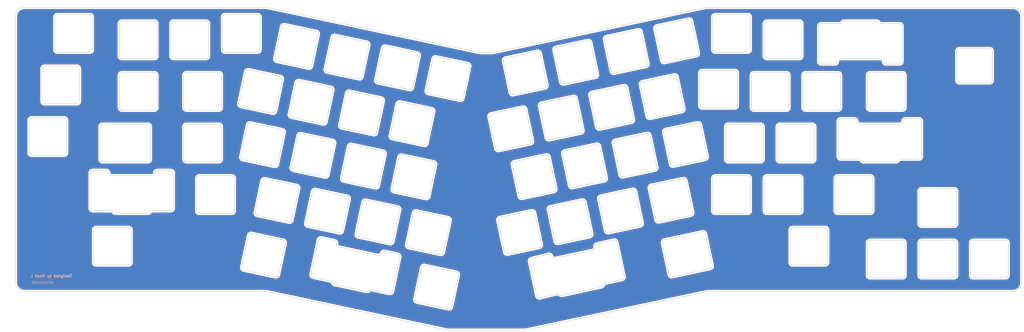
<source format=kicad_pcb>
(kicad_pcb (version 20171130) (host pcbnew "(5.1.6)-1")
  (layers (0 F.Cu signal) (31 B.Cu signal) (34 B.Paste user) (35 F.Paste user) (36 B.SilkS user) (37 F.SilkS user) (38 B.Mask user) (39 F.Mask user) (44 Edge.Cuts user))
  (net 0 "")
  (module keyboard_plate:logo (layer B.Cu) (at 64.7375 140.35 180)
    (fp_text reference G*** hide)
    (fp_text value LOGO hide)
  )
  (gr_line (start 240.792 142.33525) (end 246.981877 140.927748) (layer Edge.Cuts) (width 0.2))
  (gr_line (start 237.611488 127.70784) (end 243.863202 126.255532) (layer Edge.Cuts) (width 0.2))
  (gr_line (start 239.30571 143.673509) (end 224.821433 146.821944) (layer Edge.Cuts) (width 0.2))
  (gr_line (start 222.155094 133.045853) (end 236.071016 130.079961) (layer Edge.Cuts) (width 0.2))
  (gr_arc (start 240.999911 143.313396) (end 240.792 142.33525) (angle -60) (layer Edge.Cuts) (width 0.2))
  (gr_arc (start 246.773965 139.949599) (end 246.981877 140.927748) (angle -90) (layer Edge.Cuts) (width 0.2))
  (gr_arc (start 244.071114 127.23368) (end 245.049262 127.025768) (angle -90) (layer Edge.Cuts) (width 0.2))
  (gr_line (start 215.396102 146.986669) (end 212.69325 134.27075) (layer Edge.Cuts) (width 0.2))
  (gr_arc (start 235.863105 129.101812) (end 236.071016 130.079961) (angle -90) (layer Edge.Cuts) (width 0.2))
  (gr_line (start 216.582162 147.756903) (end 222.91932 146.20391) (layer Edge.Cuts) (width 0.2))
  (gr_arc (start 223.127232 147.182058) (end 223.870377 146.512927) (angle -60) (layer Edge.Cuts) (width 0.2))
  (gr_arc (start 239.097799 142.695361) (end 239.30571 143.673509) (angle -60) (layer Edge.Cuts) (width 0.2))
  (gr_arc (start 237.8194 128.685989) (end 237.611488 127.70784) (angle -90) (layer Edge.Cuts) (width 0.2))
  (gr_line (start 219.782974 131.505383) (end 213.463486 133.084691) (layer Edge.Cuts) (width 0.2))
  (gr_arc (start 213.671398 134.062838) (end 213.463486 133.084691) (angle -90) (layer Edge.Cuts) (width 0.2))
  (gr_line (start 247.752114 139.741687) (end 245.049262 127.025768) (layer Edge.Cuts) (width 0.2))
  (gr_arc (start 224.613521 145.843797) (end 223.870377 146.512927) (angle -60) (layer Edge.Cuts) (width 0.2))
  (gr_arc (start 219.990886 132.48353) (end 220.969033 132.275618) (angle -90) (layer Edge.Cuts) (width 0.2))
  (gr_arc (start 221.947181 132.067705) (end 220.969033 132.275618) (angle -90) (layer Edge.Cuts) (width 0.2))
  (gr_arc (start 216.374249 146.778756) (end 215.396102 146.986669) (angle -90) (layer Edge.Cuts) (width 0.2))
  (gr_line (start 152.584851 145.344269) (end 140.84708 142.849328) (layer Edge.Cuts) (width 0.2))
  (gr_line (start 142.351267 128.856284) (end 156.902191 131.949179) (layer Edge.Cuts) (width 0.2))
  (gr_arc (start 133.009294 139.138673) (end 132.031146 138.930762) (angle -90) (layer Edge.Cuts) (width 0.2))
  (gr_arc (start 163.957136 132.426413) (end 164.935284 132.634324) (angle -90) (layer Edge.Cuts) (width 0.2))
  (gr_line (start 164.165048 131.448265) (end 159.27431 130.408706) (layer Edge.Cuts) (width 0.2))
  (gr_line (start 132.031146 138.930762) (end 134.733998 126.214843) (layer Edge.Cuts) (width 0.2))
  (gr_arc (start 154.279053 145.704381) (end 154.486964 144.726235) (angle -60) (layer Edge.Cuts) (width 0.2))
  (gr_arc (start 152.792763 144.366121) (end 152.584851 145.344269) (angle -60) (layer Edge.Cuts) (width 0.2))
  (gr_arc (start 135.712146 126.422755) (end 135.920057 125.444607) (angle -90) (layer Edge.Cuts) (width 0.2))
  (gr_line (start 132.801382 140.116821) (end 139.360791 141.511067) (layer Edge.Cuts) (width 0.2))
  (gr_line (start 162.232432 145.350243) (end 164.935284 132.634324) (layer Edge.Cuts) (width 0.2))
  (gr_arc (start 142.559179 127.878136) (end 141.581031 127.670225) (angle -90) (layer Edge.Cuts) (width 0.2))
  (gr_arc (start 159.066398 131.386854) (end 159.27431 130.408706) (angle -90) (layer Edge.Cuts) (width 0.2))
  (gr_line (start 140.810795 126.484165) (end 135.920057 125.444607) (layer Edge.Cuts) (width 0.2))
  (gr_arc (start 157.110103 130.971031) (end 156.902191 131.949179) (angle -90) (layer Edge.Cuts) (width 0.2))
  (gr_arc (start 161.254284 145.142331) (end 161.046372 146.120479) (angle -90) (layer Edge.Cuts) (width 0.2))
  (gr_arc (start 140.602884 127.462313) (end 141.581031 127.670225) (angle -90) (layer Edge.Cuts) (width 0.2))
  (gr_line (start 161.046372 146.120479) (end 154.486964 144.726235) (layer Edge.Cuts) (width 0.2))
  (gr_arc (start 141.054991 141.871181) (end 140.103936 142.180198) (angle -60) (layer Edge.Cuts) (width 0.2))
  (gr_arc (start 139.152879 142.489215) (end 140.103936 142.180198) (angle -60) (layer Edge.Cuts) (width 0.2))
  (gr_text "Designed by Noah L" (at 36.1625 139.55625) (layer B.SilkS) (effects (font (size 1 1) (thickness 0.2)) (justify mirror)))
  (gr_text JLCJLCJLCJLC (at 32.9875 141.9375) (layer B.SilkS) (effects (font (size 0.8 0.8)) (justify mirror)))
  (gr_arc (start 334.3862 97.487501) (end 335.252225 96.987501) (angle -60) (layer Edge.Cuts) (width 0.2))
  (gr_arc (start 348.11825 96.487501) (end 348.11825 97.487501) (angle -60) (layer Edge.Cuts) (width 0.2))
  (gr_arc (start 327.68025 82.4875) (end 327.68025 81.4875) (angle -90) (layer Edge.Cuts) (width 0.2))
  (gr_arc (start 356.55625 95.4875) (end 356.55625 96.4875) (angle -90) (layer Edge.Cuts) (width 0.2))
  (gr_arc (start 349.850301 97.487501) (end 349.850301 96.487501) (angle -60) (layer Edge.Cuts) (width 0.2))
  (gr_arc (start 349.55625 82.4875) (end 349.55625 83.487501) (angle -90) (layer Edge.Cuts) (width 0.2))
  (gr_arc (start 336.11825 96.487501) (end 335.252225 96.987501) (angle -60) (layer Edge.Cuts) (width 0.2))
  (gr_line (start 326.68025 95.4875) (end 326.68025 82.4875) (layer Edge.Cuts) (width 0.2))
  (gr_line (start 356.55625 81.4875) (end 351.55625 81.4875) (layer Edge.Cuts) (width 0.2))
  (gr_line (start 356.55625 96.4875) (end 349.850301 96.487501) (layer Edge.Cuts) (width 0.2))
  (gr_arc (start 356.55625 82.4875) (end 357.55625 82.4875) (angle -90) (layer Edge.Cuts) (width 0.2))
  (gr_arc (start 332.68025 82.4875) (end 333.68025 82.4875) (angle -90) (layer Edge.Cuts) (width 0.2))
  (gr_line (start 332.68025 81.4875) (end 327.68025 81.4875) (layer Edge.Cuts) (width 0.2))
  (gr_arc (start 351.55625 82.4875) (end 351.55625 81.4875) (angle -90) (layer Edge.Cuts) (width 0.2))
  (gr_arc (start 334.68025 82.4875) (end 333.68025 82.4875) (angle -90) (layer Edge.Cuts) (width 0.2))
  (gr_line (start 357.55625 95.4875) (end 357.55625 82.4875) (layer Edge.Cuts) (width 0.2))
  (gr_line (start 327.68025 96.4875) (end 334.3862 96.487501) (layer Edge.Cuts) (width 0.2))
  (gr_arc (start 327.68025 95.4875) (end 326.68025 95.4875) (angle -90) (layer Edge.Cuts) (width 0.2))
  (gr_arc (start 58.1612 116.537501) (end 59.027225 116.037501) (angle -60) (layer Edge.Cuts) (width 0.2))
  (gr_arc (start 71.89325 115.537501) (end 71.89325 116.537501) (angle -60) (layer Edge.Cuts) (width 0.2))
  (gr_arc (start 51.45525 101.5375) (end 51.45525 100.5375) (angle -90) (layer Edge.Cuts) (width 0.2))
  (gr_arc (start 80.33125 114.5375) (end 80.33125 115.5375) (angle -90) (layer Edge.Cuts) (width 0.2))
  (gr_arc (start 73.625301 116.537501) (end 73.625301 115.537501) (angle -60) (layer Edge.Cuts) (width 0.2))
  (gr_arc (start 73.33125 101.5375) (end 73.33125 102.537501) (angle -90) (layer Edge.Cuts) (width 0.2))
  (gr_arc (start 59.89325 115.537501) (end 59.027225 116.037501) (angle -60) (layer Edge.Cuts) (width 0.2))
  (gr_line (start 50.45525 114.5375) (end 50.45525 101.5375) (layer Edge.Cuts) (width 0.2))
  (gr_line (start 80.33125 100.5375) (end 75.33125 100.5375) (layer Edge.Cuts) (width 0.2))
  (gr_line (start 80.33125 115.5375) (end 73.625301 115.537501) (layer Edge.Cuts) (width 0.2))
  (gr_arc (start 80.33125 101.5375) (end 81.33125 101.5375) (angle -90) (layer Edge.Cuts) (width 0.2))
  (gr_arc (start 56.45525 101.5375) (end 57.45525 101.5375) (angle -90) (layer Edge.Cuts) (width 0.2))
  (gr_line (start 56.45525 100.5375) (end 51.45525 100.5375) (layer Edge.Cuts) (width 0.2))
  (gr_arc (start 75.33125 101.5375) (end 75.33125 100.5375) (angle -90) (layer Edge.Cuts) (width 0.2))
  (gr_arc (start 58.45525 101.5375) (end 57.45525 101.5375) (angle -90) (layer Edge.Cuts) (width 0.2))
  (gr_line (start 81.33125 114.5375) (end 81.33125 101.5375) (layer Edge.Cuts) (width 0.2))
  (gr_line (start 51.45525 115.5375) (end 58.1612 115.537501) (layer Edge.Cuts) (width 0.2))
  (gr_arc (start 51.45525 114.5375) (end 50.45525 114.5375) (angle -90) (layer Edge.Cuts) (width 0.2))
  (gr_line (start 328.9505 45.387499) (end 340.9505 45.387499) (layer Edge.Cuts) (width 0.2))
  (gr_line (start 327.5125 59.387499) (end 342.3885 59.3875) (layer Edge.Cuts) (width 0.2))
  (gr_arc (start 320.5125 60.3875) (end 319.5125 60.3875) (angle -90) (layer Edge.Cuts) (width 0.2))
  (gr_arc (start 328.9505 46.387499) (end 328.9505 45.387499) (angle -60) (layer Edge.Cuts) (width 0.2))
  (gr_arc (start 344.3885 60.3875) (end 343.3885 60.3875) (angle -90) (layer Edge.Cuts) (width 0.2))
  (gr_arc (start 349.3885 60.3875) (end 349.3885 61.3875) (angle -90) (layer Edge.Cuts) (width 0.2))
  (gr_arc (start 325.5125 60.3875) (end 325.5125 61.3875) (angle -90) (layer Edge.Cuts) (width 0.2))
  (gr_line (start 319.5125 47.3875) (end 319.5125 60.3875) (layer Edge.Cuts) (width 0.2))
  (gr_arc (start 320.5125 47.3875) (end 320.5125 46.3875) (angle -90) (layer Edge.Cuts) (width 0.2))
  (gr_arc (start 340.9505 46.387499) (end 341.816525 45.887499) (angle -60) (layer Edge.Cuts) (width 0.2))
  (gr_arc (start 349.3885 47.3875) (end 350.3885 47.3875) (angle -90) (layer Edge.Cuts) (width 0.2))
  (gr_line (start 350.3885 47.3875) (end 350.3885 60.3875) (layer Edge.Cuts) (width 0.2))
  (gr_line (start 344.3885 61.3875) (end 349.3885 61.3875) (layer Edge.Cuts) (width 0.2))
  (gr_line (start 320.5125 61.3875) (end 325.5125 61.3875) (layer Edge.Cuts) (width 0.2))
  (gr_arc (start 342.68255 45.387499) (end 341.816525 45.887499) (angle -60) (layer Edge.Cuts) (width 0.2))
  (gr_arc (start 327.5125 60.3875) (end 327.5125 59.387499) (angle -90) (layer Edge.Cuts) (width 0.2))
  (gr_line (start 343.3885 60.3875) (end 343.3885 60.3875) (layer Edge.Cuts) (width 0.2))
  (gr_arc (start 327.218449 45.387499) (end 327.218449 46.387499) (angle -60) (layer Edge.Cuts) (width 0.2))
  (gr_line (start 320.5125 46.3875) (end 327.218449 46.387499) (layer Edge.Cuts) (width 0.2))
  (gr_line (start 326.5125 60.3875) (end 326.5125 60.3875) (layer Edge.Cuts) (width 0.2))
  (gr_arc (start 342.3885 60.3875) (end 343.3885 60.3875) (angle -90) (layer Edge.Cuts) (width 0.2))
  (gr_line (start 349.3885 46.3875) (end 342.68255 46.387499) (layer Edge.Cuts) (width 0.2))
  (gr_line (start 371.48125 55.55625) (end 382.68125 55.55625) (layer Edge.Cuts) (width 0.2))
  (gr_line (start 383.68125 56.55625) (end 383.68125 67.35625) (layer Edge.Cuts) (width 0.2))
  (gr_line (start 371.48125 68.35625) (end 382.68125 68.35625) (layer Edge.Cuts) (width 0.2))
  (gr_line (start 370.48125 56.55625) (end 370.48125 67.35625) (layer Edge.Cuts) (width 0.2))
  (gr_arc (start 371.48125 67.35625) (end 370.48125 67.35625) (angle -90) (layer Edge.Cuts) (width 0.2))
  (gr_arc (start 382.68125 67.35625) (end 382.68125 68.35625) (angle -90) (layer Edge.Cuts) (width 0.2))
  (gr_arc (start 382.68125 56.55625) (end 383.68125 56.55625) (angle -90) (layer Edge.Cuts) (width 0.2))
  (gr_arc (start 371.48125 56.55625) (end 371.48125 55.55625) (angle -90) (layer Edge.Cuts) (width 0.2))
  (gr_line (start 122.338384 46.719841) (end 134.076156 49.214782) (layer Edge.Cuts) (width 0.2))
  (gr_line (start 131.165392 62.908849) (end 119.427622 60.413907) (layer Edge.Cuts) (width 0.2))
  (gr_line (start 118.657386 59.227849) (end 121.152326 47.490078) (layer Edge.Cuts) (width 0.2))
  (gr_arc (start 122.130473 47.697989) (end 122.338384 46.719841) (angle -90) (layer Edge.Cuts) (width 0.2))
  (gr_arc (start 131.373304 61.930701) (end 131.165392 62.908849) (angle -90) (layer Edge.Cuts) (width 0.2))
  (gr_arc (start 133.868245 50.19293) (end 134.846393 50.400842) (angle -90) (layer Edge.Cuts) (width 0.2))
  (gr_arc (start 119.635533 59.43576) (end 118.657386 59.227849) (angle -90) (layer Edge.Cuts) (width 0.2))
  (gr_line (start 134.846393 50.400842) (end 132.351451 62.138612) (layer Edge.Cuts) (width 0.2))
  (gr_line (start 140.972095 50.680559) (end 152.709867 53.1755) (layer Edge.Cuts) (width 0.2))
  (gr_line (start 149.799103 66.869567) (end 138.061333 64.374625) (layer Edge.Cuts) (width 0.2))
  (gr_line (start 137.291097 63.188567) (end 139.786037 51.450796) (layer Edge.Cuts) (width 0.2))
  (gr_arc (start 140.764184 51.658707) (end 140.972095 50.680559) (angle -90) (layer Edge.Cuts) (width 0.2))
  (gr_arc (start 150.007015 65.891419) (end 149.799103 66.869567) (angle -90) (layer Edge.Cuts) (width 0.2))
  (gr_arc (start 152.501956 54.153648) (end 153.480104 54.36156) (angle -90) (layer Edge.Cuts) (width 0.2))
  (gr_arc (start 138.269244 63.396478) (end 137.291097 63.188567) (angle -90) (layer Edge.Cuts) (width 0.2))
  (gr_line (start 153.480104 54.36156) (end 150.985162 66.09933) (layer Edge.Cuts) (width 0.2))
  (gr_line (start 159.605807 54.641277) (end 171.343579 57.136218) (layer Edge.Cuts) (width 0.2))
  (gr_line (start 168.432815 70.830285) (end 156.695045 68.335343) (layer Edge.Cuts) (width 0.2))
  (gr_line (start 155.924809 67.149285) (end 158.419749 55.411514) (layer Edge.Cuts) (width 0.2))
  (gr_arc (start 159.397896 55.619425) (end 159.605807 54.641277) (angle -90) (layer Edge.Cuts) (width 0.2))
  (gr_arc (start 168.640727 69.852137) (end 168.432815 70.830285) (angle -90) (layer Edge.Cuts) (width 0.2))
  (gr_arc (start 171.135668 58.114366) (end 172.113816 58.322278) (angle -90) (layer Edge.Cuts) (width 0.2))
  (gr_arc (start 156.902956 67.357196) (end 155.924809 67.149285) (angle -90) (layer Edge.Cuts) (width 0.2))
  (gr_line (start 172.113816 58.322278) (end 169.618874 70.060048) (layer Edge.Cuts) (width 0.2))
  (gr_line (start 178.239519 58.601994) (end 189.977291 61.096935) (layer Edge.Cuts) (width 0.2))
  (gr_line (start 187.066527 74.791002) (end 175.328757 72.29606) (layer Edge.Cuts) (width 0.2))
  (gr_line (start 174.558521 71.110002) (end 177.053461 59.372231) (layer Edge.Cuts) (width 0.2))
  (gr_arc (start 178.031608 59.580142) (end 178.239519 58.601994) (angle -90) (layer Edge.Cuts) (width 0.2))
  (gr_arc (start 187.274439 73.812854) (end 187.066527 74.791002) (angle -90) (layer Edge.Cuts) (width 0.2))
  (gr_arc (start 189.76938 62.075083) (end 190.747528 62.282995) (angle -90) (layer Edge.Cuts) (width 0.2))
  (gr_arc (start 175.536668 71.317913) (end 174.558521 71.110002) (angle -90) (layer Edge.Cuts) (width 0.2))
  (gr_line (start 190.747528 62.282995) (end 188.252586 74.020765) (layer Edge.Cuts) (width 0.2))
  (gr_line (start 164.961945 75.255347) (end 176.699717 77.750288) (layer Edge.Cuts) (width 0.2))
  (gr_line (start 173.788953 91.444355) (end 162.051183 88.949413) (layer Edge.Cuts) (width 0.2))
  (gr_line (start 161.280947 87.763355) (end 163.775887 76.025584) (layer Edge.Cuts) (width 0.2))
  (gr_arc (start 164.754034 76.233495) (end 164.961945 75.255347) (angle -90) (layer Edge.Cuts) (width 0.2))
  (gr_arc (start 173.996865 90.466207) (end 173.788953 91.444355) (angle -90) (layer Edge.Cuts) (width 0.2))
  (gr_arc (start 176.491806 78.728436) (end 177.469954 78.936348) (angle -90) (layer Edge.Cuts) (width 0.2))
  (gr_arc (start 162.259094 87.971266) (end 161.280947 87.763355) (angle -90) (layer Edge.Cuts) (width 0.2))
  (gr_line (start 177.469954 78.936348) (end 174.975012 90.674118) (layer Edge.Cuts) (width 0.2))
  (gr_line (start 146.328234 71.294629) (end 158.066006 73.78957) (layer Edge.Cuts) (width 0.2))
  (gr_line (start 155.155242 87.483637) (end 143.417472 84.988695) (layer Edge.Cuts) (width 0.2))
  (gr_line (start 142.647236 83.802637) (end 145.142176 72.064866) (layer Edge.Cuts) (width 0.2))
  (gr_arc (start 146.120323 72.272777) (end 146.328234 71.294629) (angle -90) (layer Edge.Cuts) (width 0.2))
  (gr_arc (start 155.363154 86.505489) (end 155.155242 87.483637) (angle -90) (layer Edge.Cuts) (width 0.2))
  (gr_arc (start 157.858095 74.767718) (end 158.836243 74.97563) (angle -90) (layer Edge.Cuts) (width 0.2))
  (gr_arc (start 143.625383 84.010548) (end 142.647236 83.802637) (angle -90) (layer Edge.Cuts) (width 0.2))
  (gr_line (start 158.836243 74.97563) (end 156.341301 86.7134) (layer Edge.Cuts) (width 0.2))
  (gr_line (start 127.694522 67.333912) (end 139.432294 69.828853) (layer Edge.Cuts) (width 0.2))
  (gr_line (start 136.52153 83.52292) (end 124.78376 81.027978) (layer Edge.Cuts) (width 0.2))
  (gr_line (start 124.013524 79.84192) (end 126.508464 68.104149) (layer Edge.Cuts) (width 0.2))
  (gr_arc (start 127.486611 68.31206) (end 127.694522 67.333912) (angle -90) (layer Edge.Cuts) (width 0.2))
  (gr_arc (start 136.729442 82.544772) (end 136.52153 83.52292) (angle -90) (layer Edge.Cuts) (width 0.2))
  (gr_arc (start 139.224383 70.807001) (end 140.202531 71.014913) (angle -90) (layer Edge.Cuts) (width 0.2))
  (gr_arc (start 124.991671 80.049831) (end 124.013524 79.84192) (angle -90) (layer Edge.Cuts) (width 0.2))
  (gr_line (start 140.202531 71.014913) (end 137.707589 82.752683) (layer Edge.Cuts) (width 0.2))
  (gr_line (start 109.06081 63.373194) (end 120.798582 65.868135) (layer Edge.Cuts) (width 0.2))
  (gr_line (start 117.887818 79.562202) (end 106.150048 77.06726) (layer Edge.Cuts) (width 0.2))
  (gr_line (start 105.379812 75.881202) (end 107.874752 64.143431) (layer Edge.Cuts) (width 0.2))
  (gr_arc (start 108.852899 64.351342) (end 109.06081 63.373194) (angle -90) (layer Edge.Cuts) (width 0.2))
  (gr_arc (start 118.09573 78.584054) (end 117.887818 79.562202) (angle -90) (layer Edge.Cuts) (width 0.2))
  (gr_arc (start 120.590671 66.846283) (end 121.568819 67.054195) (angle -90) (layer Edge.Cuts) (width 0.2))
  (gr_arc (start 106.357959 76.089113) (end 105.379812 75.881202) (angle -90) (layer Edge.Cuts) (width 0.2))
  (gr_line (start 121.568819 67.054195) (end 119.073877 78.791965) (layer Edge.Cuts) (width 0.2))
  (gr_line (start 109.75852 82.997085) (end 121.496292 85.492026) (layer Edge.Cuts) (width 0.2))
  (gr_line (start 118.585528 99.186093) (end 106.847758 96.691151) (layer Edge.Cuts) (width 0.2))
  (gr_line (start 106.077522 95.505093) (end 108.572462 83.767322) (layer Edge.Cuts) (width 0.2))
  (gr_arc (start 109.550609 83.975233) (end 109.75852 82.997085) (angle -90) (layer Edge.Cuts) (width 0.2))
  (gr_arc (start 118.79344 98.207945) (end 118.585528 99.186093) (angle -90) (layer Edge.Cuts) (width 0.2))
  (gr_arc (start 121.288381 86.470174) (end 122.266529 86.678086) (angle -90) (layer Edge.Cuts) (width 0.2))
  (gr_arc (start 107.055669 95.713004) (end 106.077522 95.505093) (angle -90) (layer Edge.Cuts) (width 0.2))
  (gr_line (start 122.266529 86.678086) (end 119.771587 98.415856) (layer Edge.Cuts) (width 0.2))
  (gr_line (start 128.392232 86.957803) (end 140.130004 89.452744) (layer Edge.Cuts) (width 0.2))
  (gr_line (start 137.21924 103.146811) (end 125.48147 100.651869) (layer Edge.Cuts) (width 0.2))
  (gr_line (start 124.711234 99.465811) (end 127.206174 87.72804) (layer Edge.Cuts) (width 0.2))
  (gr_arc (start 128.184321 87.935951) (end 128.392232 86.957803) (angle -90) (layer Edge.Cuts) (width 0.2))
  (gr_arc (start 137.427152 102.168663) (end 137.21924 103.146811) (angle -90) (layer Edge.Cuts) (width 0.2))
  (gr_arc (start 139.922093 90.430892) (end 140.900241 90.638804) (angle -90) (layer Edge.Cuts) (width 0.2))
  (gr_arc (start 125.689381 99.673722) (end 124.711234 99.465811) (angle -90) (layer Edge.Cuts) (width 0.2))
  (gr_line (start 140.900241 90.638804) (end 138.405299 102.376574) (layer Edge.Cuts) (width 0.2))
  (gr_line (start 147.025944 90.918521) (end 158.763716 93.413462) (layer Edge.Cuts) (width 0.2))
  (gr_line (start 155.852952 107.107529) (end 144.115182 104.612587) (layer Edge.Cuts) (width 0.2))
  (gr_line (start 143.344946 103.426529) (end 145.839886 91.688758) (layer Edge.Cuts) (width 0.2))
  (gr_arc (start 146.818033 91.896669) (end 147.025944 90.918521) (angle -90) (layer Edge.Cuts) (width 0.2))
  (gr_arc (start 156.060864 106.129381) (end 155.852952 107.107529) (angle -90) (layer Edge.Cuts) (width 0.2))
  (gr_arc (start 158.555805 94.39161) (end 159.533953 94.599522) (angle -90) (layer Edge.Cuts) (width 0.2))
  (gr_arc (start 144.323093 103.63444) (end 143.344946 103.426529) (angle -90) (layer Edge.Cuts) (width 0.2))
  (gr_line (start 159.533953 94.599522) (end 157.039011 106.337292) (layer Edge.Cuts) (width 0.2))
  (gr_line (start 165.659656 94.879238) (end 177.397428 97.374179) (layer Edge.Cuts) (width 0.2))
  (gr_line (start 174.486664 111.068246) (end 162.748894 108.573304) (layer Edge.Cuts) (width 0.2))
  (gr_line (start 161.978658 107.387246) (end 164.473598 95.649475) (layer Edge.Cuts) (width 0.2))
  (gr_arc (start 165.451745 95.857386) (end 165.659656 94.879238) (angle -90) (layer Edge.Cuts) (width 0.2))
  (gr_arc (start 174.694576 110.090098) (end 174.486664 111.068246) (angle -90) (layer Edge.Cuts) (width 0.2))
  (gr_arc (start 177.189517 98.352327) (end 178.167665 98.560239) (angle -90) (layer Edge.Cuts) (width 0.2))
  (gr_arc (start 162.956805 107.595157) (end 161.978658 107.387246) (angle -90) (layer Edge.Cuts) (width 0.2))
  (gr_line (start 178.167665 98.560239) (end 175.672723 110.298009) (layer Edge.Cuts) (width 0.2))
  (gr_line (start 152.382082 111.532591) (end 164.119854 114.027532) (layer Edge.Cuts) (width 0.2))
  (gr_line (start 161.20909 127.721599) (end 149.47132 125.226657) (layer Edge.Cuts) (width 0.2))
  (gr_line (start 148.701084 124.040599) (end 151.196024 112.302828) (layer Edge.Cuts) (width 0.2))
  (gr_arc (start 152.174171 112.510739) (end 152.382082 111.532591) (angle -90) (layer Edge.Cuts) (width 0.2))
  (gr_arc (start 161.417002 126.743451) (end 161.20909 127.721599) (angle -90) (layer Edge.Cuts) (width 0.2))
  (gr_arc (start 163.911943 115.00568) (end 164.890091 115.213592) (angle -90) (layer Edge.Cuts) (width 0.2))
  (gr_arc (start 149.679231 124.24851) (end 148.701084 124.040599) (angle -90) (layer Edge.Cuts) (width 0.2))
  (gr_line (start 164.890091 115.213592) (end 162.395149 126.951362) (layer Edge.Cuts) (width 0.2))
  (gr_line (start 133.74837 107.571874) (end 145.486142 110.066815) (layer Edge.Cuts) (width 0.2))
  (gr_line (start 142.575378 123.760882) (end 130.837608 121.26594) (layer Edge.Cuts) (width 0.2))
  (gr_line (start 130.067372 120.079882) (end 132.562312 108.342111) (layer Edge.Cuts) (width 0.2))
  (gr_arc (start 133.540459 108.550022) (end 133.74837 107.571874) (angle -90) (layer Edge.Cuts) (width 0.2))
  (gr_arc (start 142.78329 122.782734) (end 142.575378 123.760882) (angle -90) (layer Edge.Cuts) (width 0.2))
  (gr_arc (start 145.278231 111.044963) (end 146.256379 111.252875) (angle -90) (layer Edge.Cuts) (width 0.2))
  (gr_arc (start 131.045519 120.287793) (end 130.067372 120.079882) (angle -90) (layer Edge.Cuts) (width 0.2))
  (gr_line (start 146.256379 111.252875) (end 143.761437 122.990645) (layer Edge.Cuts) (width 0.2))
  (gr_line (start 115.114658 103.611156) (end 126.85243 106.106097) (layer Edge.Cuts) (width 0.2))
  (gr_line (start 123.941666 119.800164) (end 112.203896 117.305222) (layer Edge.Cuts) (width 0.2))
  (gr_line (start 111.43366 116.119164) (end 113.9286 104.381393) (layer Edge.Cuts) (width 0.2))
  (gr_arc (start 114.906747 104.589304) (end 115.114658 103.611156) (angle -90) (layer Edge.Cuts) (width 0.2))
  (gr_arc (start 124.149578 118.822016) (end 123.941666 119.800164) (angle -90) (layer Edge.Cuts) (width 0.2))
  (gr_arc (start 126.644519 107.084245) (end 127.622667 107.292157) (angle -90) (layer Edge.Cuts) (width 0.2))
  (gr_arc (start 112.411807 116.327075) (end 111.43366 116.119164) (angle -90) (layer Edge.Cuts) (width 0.2))
  (gr_line (start 127.622667 107.292157) (end 125.127725 119.029927) (layer Edge.Cuts) (width 0.2))
  (gr_line (start 110.140495 123.797677) (end 121.878267 126.292618) (layer Edge.Cuts) (width 0.2))
  (gr_line (start 118.967503 139.986685) (end 107.229733 137.491743) (layer Edge.Cuts) (width 0.2))
  (gr_line (start 106.459497 136.305685) (end 108.954437 124.567914) (layer Edge.Cuts) (width 0.2))
  (gr_arc (start 109.932584 124.775825) (end 110.140495 123.797677) (angle -90) (layer Edge.Cuts) (width 0.2))
  (gr_arc (start 119.175415 139.008537) (end 118.967503 139.986685) (angle -90) (layer Edge.Cuts) (width 0.2))
  (gr_arc (start 121.670356 127.270766) (end 122.648504 127.478678) (angle -90) (layer Edge.Cuts) (width 0.2))
  (gr_arc (start 107.437644 136.513596) (end 106.459497 136.305685) (angle -90) (layer Edge.Cuts) (width 0.2))
  (gr_line (start 122.648504 127.478678) (end 120.153562 139.216448) (layer Edge.Cuts) (width 0.2))
  (gr_line (start 171.015794 115.493309) (end 182.753566 117.98825) (layer Edge.Cuts) (width 0.2))
  (gr_line (start 179.842802 131.682317) (end 168.105032 129.187375) (layer Edge.Cuts) (width 0.2))
  (gr_line (start 167.334796 128.001317) (end 169.829736 116.263546) (layer Edge.Cuts) (width 0.2))
  (gr_arc (start 170.807883 116.471457) (end 171.015794 115.493309) (angle -90) (layer Edge.Cuts) (width 0.2))
  (gr_arc (start 180.050714 130.704169) (end 179.842802 131.682317) (angle -90) (layer Edge.Cuts) (width 0.2))
  (gr_arc (start 182.545655 118.966398) (end 183.523803 119.17431) (angle -90) (layer Edge.Cuts) (width 0.2))
  (gr_arc (start 168.312943 128.209228) (end 167.334796 128.001317) (angle -90) (layer Edge.Cuts) (width 0.2))
  (gr_line (start 183.523803 119.17431) (end 181.028861 130.91208) (layer Edge.Cuts) (width 0.2))
  (gr_line (start 174.042718 135.61229) (end 185.78049 138.107231) (layer Edge.Cuts) (width 0.2))
  (gr_line (start 182.869726 151.801298) (end 171.131956 149.306356) (layer Edge.Cuts) (width 0.2))
  (gr_line (start 170.36172 148.120298) (end 172.85666 136.382527) (layer Edge.Cuts) (width 0.2))
  (gr_arc (start 173.834807 136.590438) (end 174.042718 135.61229) (angle -90) (layer Edge.Cuts) (width 0.2))
  (gr_arc (start 183.077638 150.82315) (end 182.869726 151.801298) (angle -90) (layer Edge.Cuts) (width 0.2))
  (gr_arc (start 185.572579 139.085379) (end 186.550727 139.293291) (angle -90) (layer Edge.Cuts) (width 0.2))
  (gr_arc (start 171.339867 148.328209) (end 170.36172 148.120298) (angle -90) (layer Edge.Cuts) (width 0.2))
  (gr_line (start 186.550727 139.293291) (end 184.055785 151.031061) (layer Edge.Cuts) (width 0.2))
  (gr_line (start 262.550733 126.213914) (end 276.613504 123.224247) (layer Edge.Cuts) (width 0.2))
  (gr_line (start 277.799563 123.994483) (end 280.294503 135.732254) (layer Edge.Cuts) (width 0.2))
  (gr_arc (start 279.316356 135.940166) (end 279.524267 136.918313) (angle -90) (layer Edge.Cuts) (width 0.2))
  (gr_arc (start 276.821416 124.202395) (end 277.799563 123.994483) (angle -90) (layer Edge.Cuts) (width 0.2))
  (gr_line (start 279.524267 136.918313) (end 265.461496 139.907981) (layer Edge.Cuts) (width 0.2))
  (gr_arc (start 262.758644 127.192062) (end 262.550733 126.213914) (angle -90) (layer Edge.Cuts) (width 0.2))
  (gr_arc (start 265.253585 138.929833) (end 264.275437 139.137745) (angle -90) (layer Edge.Cuts) (width 0.2))
  (gr_line (start 264.275437 139.137745) (end 261.780497 127.399974) (layer Edge.Cuts) (width 0.2))
  (gr_line (start 272.332259 117.226519) (end 260.594488 119.72146) (layer Edge.Cuts) (width 0.2))
  (gr_line (start 257.683725 106.027393) (end 269.421496 103.532453) (layer Edge.Cuts) (width 0.2))
  (gr_line (start 270.607555 104.302689) (end 273.102495 116.04046) (layer Edge.Cuts) (width 0.2))
  (gr_arc (start 272.124348 116.248372) (end 272.332259 117.226519) (angle -90) (layer Edge.Cuts) (width 0.2))
  (gr_arc (start 257.891636 107.005541) (end 257.683725 106.027393) (angle -90) (layer Edge.Cuts) (width 0.2))
  (gr_arc (start 260.386577 118.743312) (end 259.408429 118.951224) (angle -90) (layer Edge.Cuts) (width 0.2))
  (gr_arc (start 269.629408 104.510601) (end 270.607555 104.302689) (angle -90) (layer Edge.Cuts) (width 0.2))
  (gr_line (start 259.408429 118.951224) (end 256.913489 107.213453) (layer Edge.Cuts) (width 0.2))
  (gr_line (start 253.698547 121.187237) (end 241.960776 123.682178) (layer Edge.Cuts) (width 0.2))
  (gr_line (start 239.050013 109.988111) (end 250.787784 107.493171) (layer Edge.Cuts) (width 0.2))
  (gr_line (start 251.973843 108.263407) (end 254.468783 120.001178) (layer Edge.Cuts) (width 0.2))
  (gr_arc (start 253.490636 120.20909) (end 253.698547 121.187237) (angle -90) (layer Edge.Cuts) (width 0.2))
  (gr_arc (start 239.257924 110.966259) (end 239.050013 109.988111) (angle -90) (layer Edge.Cuts) (width 0.2))
  (gr_arc (start 241.752865 122.70403) (end 240.774717 122.911942) (angle -90) (layer Edge.Cuts) (width 0.2))
  (gr_arc (start 250.995696 108.471319) (end 251.973843 108.263407) (angle -90) (layer Edge.Cuts) (width 0.2))
  (gr_line (start 240.774717 122.911942) (end 238.279777 111.174171) (layer Edge.Cuts) (width 0.2))
  (gr_line (start 235.064835 125.147955) (end 223.327064 127.642896) (layer Edge.Cuts) (width 0.2))
  (gr_line (start 220.416301 113.948829) (end 232.154072 111.453889) (layer Edge.Cuts) (width 0.2))
  (gr_line (start 233.340131 112.224125) (end 235.835071 123.961896) (layer Edge.Cuts) (width 0.2))
  (gr_arc (start 234.856924 124.169808) (end 235.064835 125.147955) (angle -90) (layer Edge.Cuts) (width 0.2))
  (gr_arc (start 220.624212 114.926977) (end 220.416301 113.948829) (angle -90) (layer Edge.Cuts) (width 0.2))
  (gr_arc (start 223.119153 126.664748) (end 222.141005 126.87266) (angle -90) (layer Edge.Cuts) (width 0.2))
  (gr_arc (start 232.361984 112.432037) (end 233.340131 112.224125) (angle -90) (layer Edge.Cuts) (width 0.2))
  (gr_line (start 222.141005 126.87266) (end 219.646065 115.134889) (layer Edge.Cuts) (width 0.2))
  (gr_line (start 216.431123 129.108672) (end 204.693352 131.603613) (layer Edge.Cuts) (width 0.2))
  (gr_line (start 201.782589 117.909546) (end 213.52036 115.414606) (layer Edge.Cuts) (width 0.2))
  (gr_line (start 214.706419 116.184842) (end 217.201359 127.922613) (layer Edge.Cuts) (width 0.2))
  (gr_arc (start 216.223212 128.130525) (end 216.431123 129.108672) (angle -90) (layer Edge.Cuts) (width 0.2))
  (gr_arc (start 201.9905 118.887694) (end 201.782589 117.909546) (angle -90) (layer Edge.Cuts) (width 0.2))
  (gr_arc (start 204.485441 130.625465) (end 203.507293 130.833377) (angle -90) (layer Edge.Cuts) (width 0.2))
  (gr_arc (start 213.728272 116.392754) (end 214.706419 116.184842) (angle -90) (layer Edge.Cuts) (width 0.2))
  (gr_line (start 203.507293 130.833377) (end 201.012353 119.095606) (layer Edge.Cuts) (width 0.2))
  (gr_line (start 277.688397 96.612449) (end 265.950626 99.10739) (layer Edge.Cuts) (width 0.2))
  (gr_line (start 263.039863 85.413323) (end 274.777634 82.918383) (layer Edge.Cuts) (width 0.2))
  (gr_line (start 275.963693 83.688619) (end 278.458633 95.42639) (layer Edge.Cuts) (width 0.2))
  (gr_arc (start 277.480486 95.634302) (end 277.688397 96.612449) (angle -90) (layer Edge.Cuts) (width 0.2))
  (gr_arc (start 263.247774 86.391471) (end 263.039863 85.413323) (angle -90) (layer Edge.Cuts) (width 0.2))
  (gr_arc (start 265.742715 98.129242) (end 264.764567 98.337154) (angle -90) (layer Edge.Cuts) (width 0.2))
  (gr_arc (start 274.985546 83.896531) (end 275.963693 83.688619) (angle -90) (layer Edge.Cuts) (width 0.2))
  (gr_line (start 264.764567 98.337154) (end 262.269627 86.599383) (layer Edge.Cuts) (width 0.2))
  (gr_line (start 259.054685 100.573166) (end 247.316914 103.068107) (layer Edge.Cuts) (width 0.2))
  (gr_line (start 244.406151 89.37404) (end 256.143922 86.8791) (layer Edge.Cuts) (width 0.2))
  (gr_line (start 257.329981 87.649336) (end 259.824921 99.387107) (layer Edge.Cuts) (width 0.2))
  (gr_arc (start 258.846774 99.595019) (end 259.054685 100.573166) (angle -90) (layer Edge.Cuts) (width 0.2))
  (gr_arc (start 244.614062 90.352188) (end 244.406151 89.37404) (angle -90) (layer Edge.Cuts) (width 0.2))
  (gr_arc (start 247.109003 102.089959) (end 246.130855 102.297871) (angle -90) (layer Edge.Cuts) (width 0.2))
  (gr_arc (start 256.351834 87.857248) (end 257.329981 87.649336) (angle -90) (layer Edge.Cuts) (width 0.2))
  (gr_line (start 246.130855 102.297871) (end 243.635915 90.5601) (layer Edge.Cuts) (width 0.2))
  (gr_line (start 240.420973 104.533884) (end 228.683202 107.028825) (layer Edge.Cuts) (width 0.2))
  (gr_line (start 225.772439 93.334758) (end 237.51021 90.839818) (layer Edge.Cuts) (width 0.2))
  (gr_line (start 238.696269 91.610054) (end 241.191209 103.347825) (layer Edge.Cuts) (width 0.2))
  (gr_arc (start 240.213062 103.555737) (end 240.420973 104.533884) (angle -90) (layer Edge.Cuts) (width 0.2))
  (gr_arc (start 225.98035 94.312906) (end 225.772439 93.334758) (angle -90) (layer Edge.Cuts) (width 0.2))
  (gr_arc (start 228.475291 106.050677) (end 227.497143 106.258589) (angle -90) (layer Edge.Cuts) (width 0.2))
  (gr_arc (start 237.718122 91.817966) (end 238.696269 91.610054) (angle -90) (layer Edge.Cuts) (width 0.2))
  (gr_line (start 227.497143 106.258589) (end 225.002203 94.520818) (layer Edge.Cuts) (width 0.2))
  (gr_line (start 221.787262 108.494602) (end 210.049491 110.989543) (layer Edge.Cuts) (width 0.2))
  (gr_line (start 207.138728 97.295476) (end 218.876499 94.800536) (layer Edge.Cuts) (width 0.2))
  (gr_line (start 220.062558 95.570772) (end 222.557498 107.308543) (layer Edge.Cuts) (width 0.2))
  (gr_arc (start 221.579351 107.516455) (end 221.787262 108.494602) (angle -90) (layer Edge.Cuts) (width 0.2))
  (gr_arc (start 207.346639 98.273624) (end 207.138728 97.295476) (angle -90) (layer Edge.Cuts) (width 0.2))
  (gr_arc (start 209.84158 110.011395) (end 208.863432 110.219307) (angle -90) (layer Edge.Cuts) (width 0.2))
  (gr_arc (start 219.084411 95.778684) (end 220.062558 95.570772) (angle -90) (layer Edge.Cuts) (width 0.2))
  (gr_line (start 208.863432 110.219307) (end 206.368492 98.481536) (layer Edge.Cuts) (width 0.2))
  (gr_line (start 269.069251 78.968916) (end 257.33148 81.463857) (layer Edge.Cuts) (width 0.2))
  (gr_line (start 254.420717 67.76979) (end 266.158488 65.27485) (layer Edge.Cuts) (width 0.2))
  (gr_line (start 267.344547 66.045086) (end 269.839487 77.782857) (layer Edge.Cuts) (width 0.2))
  (gr_arc (start 268.86134 77.990769) (end 269.069251 78.968916) (angle -90) (layer Edge.Cuts) (width 0.2))
  (gr_arc (start 254.628628 68.747938) (end 254.420717 67.76979) (angle -90) (layer Edge.Cuts) (width 0.2))
  (gr_arc (start 257.123569 80.485709) (end 256.145421 80.693621) (angle -90) (layer Edge.Cuts) (width 0.2))
  (gr_arc (start 266.3664 66.252998) (end 267.344547 66.045086) (angle -90) (layer Edge.Cuts) (width 0.2))
  (gr_line (start 256.145421 80.693621) (end 253.650481 68.95585) (layer Edge.Cuts) (width 0.2))
  (gr_line (start 250.435539 82.929634) (end 238.697768 85.424575) (layer Edge.Cuts) (width 0.2))
  (gr_line (start 235.787005 71.730508) (end 247.524776 69.235568) (layer Edge.Cuts) (width 0.2))
  (gr_line (start 248.710835 70.005804) (end 251.205775 81.743575) (layer Edge.Cuts) (width 0.2))
  (gr_arc (start 250.227628 81.951487) (end 250.435539 82.929634) (angle -90) (layer Edge.Cuts) (width 0.2))
  (gr_arc (start 235.994916 72.708656) (end 235.787005 71.730508) (angle -90) (layer Edge.Cuts) (width 0.2))
  (gr_arc (start 238.489857 84.446427) (end 237.511709 84.654339) (angle -90) (layer Edge.Cuts) (width 0.2))
  (gr_arc (start 247.732688 70.213716) (end 248.710835 70.005804) (angle -90) (layer Edge.Cuts) (width 0.2))
  (gr_line (start 237.511709 84.654339) (end 235.016769 72.916568) (layer Edge.Cuts) (width 0.2))
  (gr_line (start 231.801828 86.890352) (end 220.064057 89.385293) (layer Edge.Cuts) (width 0.2))
  (gr_line (start 217.153294 75.691226) (end 228.891065 73.196286) (layer Edge.Cuts) (width 0.2))
  (gr_line (start 230.077124 73.966522) (end 232.572064 85.704293) (layer Edge.Cuts) (width 0.2))
  (gr_arc (start 231.593917 85.912205) (end 231.801828 86.890352) (angle -90) (layer Edge.Cuts) (width 0.2))
  (gr_arc (start 217.361205 76.669374) (end 217.153294 75.691226) (angle -90) (layer Edge.Cuts) (width 0.2))
  (gr_arc (start 219.856146 88.407145) (end 218.877998 88.615057) (angle -90) (layer Edge.Cuts) (width 0.2))
  (gr_arc (start 229.098977 74.174434) (end 230.077124 73.966522) (angle -90) (layer Edge.Cuts) (width 0.2))
  (gr_line (start 218.877998 88.615057) (end 216.383058 76.877286) (layer Edge.Cuts) (width 0.2))
  (gr_line (start 213.168116 90.851069) (end 201.430345 93.34601) (layer Edge.Cuts) (width 0.2))
  (gr_line (start 198.519582 79.651943) (end 210.257353 77.157003) (layer Edge.Cuts) (width 0.2))
  (gr_line (start 211.443412 77.927239) (end 213.938352 89.66501) (layer Edge.Cuts) (width 0.2))
  (gr_arc (start 212.960205 89.872922) (end 213.168116 90.851069) (angle -90) (layer Edge.Cuts) (width 0.2))
  (gr_arc (start 198.727493 80.630091) (end 198.519582 79.651943) (angle -90) (layer Edge.Cuts) (width 0.2))
  (gr_arc (start 201.222434 92.367862) (end 200.244286 92.575774) (angle -90) (layer Edge.Cuts) (width 0.2))
  (gr_arc (start 210.465265 78.135151) (end 211.443412 77.927239) (angle -90) (layer Edge.Cuts) (width 0.2))
  (gr_line (start 200.244286 92.575774) (end 197.749346 80.838003) (layer Edge.Cuts) (width 0.2))
  (gr_line (start 274.425389 58.354846) (end 262.687618 60.849787) (layer Edge.Cuts) (width 0.2))
  (gr_line (start 259.776855 47.15572) (end 271.514626 44.66078) (layer Edge.Cuts) (width 0.2))
  (gr_line (start 272.700685 45.431016) (end 275.195625 57.168787) (layer Edge.Cuts) (width 0.2))
  (gr_arc (start 274.217478 57.376699) (end 274.425389 58.354846) (angle -90) (layer Edge.Cuts) (width 0.2))
  (gr_arc (start 259.984766 48.133868) (end 259.776855 47.15572) (angle -90) (layer Edge.Cuts) (width 0.2))
  (gr_arc (start 262.479707 59.871639) (end 261.501559 60.079551) (angle -90) (layer Edge.Cuts) (width 0.2))
  (gr_arc (start 271.722538 45.638928) (end 272.700685 45.431016) (angle -90) (layer Edge.Cuts) (width 0.2))
  (gr_line (start 261.501559 60.079551) (end 259.006619 48.34178) (layer Edge.Cuts) (width 0.2))
  (gr_line (start 255.791678 62.315563) (end 244.053907 64.810504) (layer Edge.Cuts) (width 0.2))
  (gr_line (start 241.143144 51.116437) (end 252.880915 48.621497) (layer Edge.Cuts) (width 0.2))
  (gr_line (start 254.066974 49.391733) (end 256.561914 61.129504) (layer Edge.Cuts) (width 0.2))
  (gr_arc (start 255.583767 61.337416) (end 255.791678 62.315563) (angle -90) (layer Edge.Cuts) (width 0.2))
  (gr_arc (start 241.351055 52.094585) (end 241.143144 51.116437) (angle -90) (layer Edge.Cuts) (width 0.2))
  (gr_arc (start 243.845996 63.832356) (end 242.867848 64.040268) (angle -90) (layer Edge.Cuts) (width 0.2))
  (gr_arc (start 253.088827 49.599645) (end 254.066974 49.391733) (angle -90) (layer Edge.Cuts) (width 0.2))
  (gr_line (start 242.867848 64.040268) (end 240.372908 52.302497) (layer Edge.Cuts) (width 0.2))
  (gr_line (start 237.157966 66.276281) (end 225.420195 68.771222) (layer Edge.Cuts) (width 0.2))
  (gr_line (start 222.509432 55.077155) (end 234.247203 52.582215) (layer Edge.Cuts) (width 0.2))
  (gr_line (start 235.433262 53.352451) (end 237.928202 65.090222) (layer Edge.Cuts) (width 0.2))
  (gr_arc (start 236.950055 65.298134) (end 237.157966 66.276281) (angle -90) (layer Edge.Cuts) (width 0.2))
  (gr_arc (start 222.717343 56.055303) (end 222.509432 55.077155) (angle -90) (layer Edge.Cuts) (width 0.2))
  (gr_arc (start 225.212284 67.793074) (end 224.234136 68.000986) (angle -90) (layer Edge.Cuts) (width 0.2))
  (gr_arc (start 234.455115 53.560363) (end 235.433262 53.352451) (angle -90) (layer Edge.Cuts) (width 0.2))
  (gr_line (start 224.234136 68.000986) (end 221.739196 56.263215) (layer Edge.Cuts) (width 0.2))
  (gr_line (start 218.524254 70.236999) (end 206.786483 72.73194) (layer Edge.Cuts) (width 0.2))
  (gr_line (start 203.87572 59.037873) (end 215.613491 56.542933) (layer Edge.Cuts) (width 0.2))
  (gr_line (start 216.79955 57.313169) (end 219.29449 69.05094) (layer Edge.Cuts) (width 0.2))
  (gr_arc (start 218.316343 69.258852) (end 218.524254 70.236999) (angle -90) (layer Edge.Cuts) (width 0.2))
  (gr_arc (start 204.083631 60.016021) (end 203.87572 59.037873) (angle -90) (layer Edge.Cuts) (width 0.2))
  (gr_arc (start 206.578572 71.753792) (end 205.600424 71.961704) (angle -90) (layer Edge.Cuts) (width 0.2))
  (gr_arc (start 215.821403 57.521081) (end 216.79955 57.313169) (angle -90) (layer Edge.Cuts) (width 0.2))
  (gr_line (start 205.600424 71.961704) (end 203.105484 60.223933) (layer Edge.Cuts) (width 0.2))
  (gr_arc (start 391.31875 43.65625) (end 394.49375 43.65625) (angle -90) (layer Edge.Cuts) (width 0.2))
  (gr_arc (start 26.19375 43.65625) (end 26.19375 40.48125) (angle -90) (layer Edge.Cuts) (width 0.2))
  (gr_line (start 391.31875 145.25625) (end 278.60625 145.25625) (layer Edge.Cuts) (width 0.2))
  (gr_arc (start 391.31875 142.08125) (end 391.31875 145.25625) (angle -90) (layer Edge.Cuts) (width 0.2))
  (gr_line (start 182.5625 159.54375) (end 211.1375 159.54375) (layer Edge.Cuts) (width 0.2))
  (gr_line (start 394.49375 43.65625) (end 394.49375 142.08125) (layer Edge.Cuts) (width 0.2))
  (gr_line (start 115.443 145.25625) (end 182.5625 159.54375) (layer Edge.Cuts) (width 0.2))
  (gr_arc (start 26.19375 142.08125) (end 23.01875 142.08125) (angle -90) (layer Edge.Cuts) (width 0.2))
  (gr_line (start 278.60625 145.25625) (end 211.1375 159.54375) (layer Edge.Cuts) (width 0.2))
  (gr_line (start 23.01875 43.65625) (end 23.01875 142.08125) (layer Edge.Cuts) (width 0.2))
  (gr_line (start 26.19375 145.25625) (end 115.443 145.25625) (layer Edge.Cuts) (width 0.2))
  (gr_line (start 199.23125 57.15) (end 194.46875 57.15) (layer Edge.Cuts) (width 0.2))
  (gr_line (start 277.8125 40.48125) (end 199.23125 57.15) (layer Edge.Cuts) (width 0.2))
  (gr_line (start 391.31875 40.48125) (end 277.8125 40.48125) (layer Edge.Cuts) (width 0.2))
  (gr_line (start 115.8875 40.48125) (end 194.46875 57.15) (layer Edge.Cuts) (width 0.2))
  (gr_line (start 26.19375 40.48125) (end 115.8875 40.48125) (layer Edge.Cuts) (width 0.2))
  (gr_arc (start 388.5375 127.35) (end 389.5375 127.35) (angle -90) (layer Edge.Cuts) (width 0.2))
  (gr_line (start 389.5375 127.35) (end 389.5375 139.35) (layer Edge.Cuts) (width 0.2))
  (gr_line (start 376.5375 126.35) (end 388.5375 126.35) (layer Edge.Cuts) (width 0.2))
  (gr_arc (start 376.5375 127.35) (end 376.5375 126.35) (angle -90) (layer Edge.Cuts) (width 0.2))
  (gr_line (start 375.5375 139.35) (end 375.5375 127.35) (layer Edge.Cuts) (width 0.2))
  (gr_line (start 388.5375 140.35) (end 376.5375 140.35) (layer Edge.Cuts) (width 0.2))
  (gr_arc (start 388.5375 139.35) (end 388.5375 140.35) (angle -90) (layer Edge.Cuts) (width 0.2))
  (gr_arc (start 376.5375 139.35) (end 375.5375 139.35) (angle -90) (layer Edge.Cuts) (width 0.2))
  (gr_arc (start 369.5375 127.35) (end 370.5375 127.35) (angle -90) (layer Edge.Cuts) (width 0.2))
  (gr_line (start 370.5375 127.35) (end 370.5375 139.35) (layer Edge.Cuts) (width 0.2))
  (gr_line (start 357.5375 126.35) (end 369.5375 126.35) (layer Edge.Cuts) (width 0.2))
  (gr_arc (start 357.5375 127.35) (end 357.5375 126.35) (angle -90) (layer Edge.Cuts) (width 0.2))
  (gr_line (start 356.5375 139.35) (end 356.5375 127.35) (layer Edge.Cuts) (width 0.2))
  (gr_line (start 369.5375 140.35) (end 357.5375 140.35) (layer Edge.Cuts) (width 0.2))
  (gr_arc (start 369.5375 139.35) (end 369.5375 140.35) (angle -90) (layer Edge.Cuts) (width 0.2))
  (gr_arc (start 357.5375 139.35) (end 356.5375 139.35) (angle -90) (layer Edge.Cuts) (width 0.2))
  (gr_arc (start 350.4875 127.35) (end 351.4875 127.35) (angle -90) (layer Edge.Cuts) (width 0.2))
  (gr_line (start 351.4875 127.35) (end 351.4875 139.35) (layer Edge.Cuts) (width 0.2))
  (gr_line (start 338.4875 126.35) (end 350.4875 126.35) (layer Edge.Cuts) (width 0.2))
  (gr_arc (start 338.4875 127.35) (end 338.4875 126.35) (angle -90) (layer Edge.Cuts) (width 0.2))
  (gr_line (start 337.4875 139.35) (end 337.4875 127.35) (layer Edge.Cuts) (width 0.2))
  (gr_line (start 350.4875 140.35) (end 338.4875 140.35) (layer Edge.Cuts) (width 0.2))
  (gr_arc (start 350.4875 139.35) (end 350.4875 140.35) (angle -90) (layer Edge.Cuts) (width 0.2))
  (gr_arc (start 338.4875 139.35) (end 337.4875 139.35) (angle -90) (layer Edge.Cuts) (width 0.2))
  (gr_arc (start 321.9125 122.5875) (end 322.9125 122.5875) (angle -90) (layer Edge.Cuts) (width 0.2))
  (gr_line (start 322.9125 122.5875) (end 322.9125 134.5875) (layer Edge.Cuts) (width 0.2))
  (gr_line (start 309.9125 121.5875) (end 321.9125 121.5875) (layer Edge.Cuts) (width 0.2))
  (gr_arc (start 309.9125 122.5875) (end 309.9125 121.5875) (angle -90) (layer Edge.Cuts) (width 0.2))
  (gr_line (start 308.9125 134.5875) (end 308.9125 122.5875) (layer Edge.Cuts) (width 0.2))
  (gr_line (start 321.9125 135.5875) (end 309.9125 135.5875) (layer Edge.Cuts) (width 0.2))
  (gr_arc (start 321.9125 134.5875) (end 321.9125 135.5875) (angle -90) (layer Edge.Cuts) (width 0.2))
  (gr_arc (start 309.9125 134.5875) (end 308.9125 134.5875) (angle -90) (layer Edge.Cuts) (width 0.2))
  (gr_arc (start 293.3375 103.5375) (end 294.3375 103.5375) (angle -90) (layer Edge.Cuts) (width 0.2))
  (gr_line (start 294.3375 103.5375) (end 294.3375 115.5375) (layer Edge.Cuts) (width 0.2))
  (gr_line (start 281.3375 102.5375) (end 293.3375 102.5375) (layer Edge.Cuts) (width 0.2))
  (gr_arc (start 281.3375 103.5375) (end 281.3375 102.5375) (angle -90) (layer Edge.Cuts) (width 0.2))
  (gr_line (start 280.3375 115.5375) (end 280.3375 103.5375) (layer Edge.Cuts) (width 0.2))
  (gr_line (start 293.3375 116.5375) (end 281.3375 116.5375) (layer Edge.Cuts) (width 0.2))
  (gr_arc (start 293.3375 115.5375) (end 293.3375 116.5375) (angle -90) (layer Edge.Cuts) (width 0.2))
  (gr_arc (start 281.3375 115.5375) (end 280.3375 115.5375) (angle -90) (layer Edge.Cuts) (width 0.2))
  (gr_arc (start 312.3875 103.5375) (end 313.3875 103.5375) (angle -90) (layer Edge.Cuts) (width 0.2))
  (gr_line (start 313.3875 103.5375) (end 313.3875 115.5375) (layer Edge.Cuts) (width 0.2))
  (gr_line (start 300.3875 102.5375) (end 312.3875 102.5375) (layer Edge.Cuts) (width 0.2))
  (gr_arc (start 300.3875 103.5375) (end 300.3875 102.5375) (angle -90) (layer Edge.Cuts) (width 0.2))
  (gr_line (start 299.3875 115.5375) (end 299.3875 103.5375) (layer Edge.Cuts) (width 0.2))
  (gr_line (start 312.3875 116.5375) (end 300.3875 116.5375) (layer Edge.Cuts) (width 0.2))
  (gr_arc (start 312.3875 115.5375) (end 312.3875 116.5375) (angle -90) (layer Edge.Cuts) (width 0.2))
  (gr_arc (start 300.3875 115.5375) (end 299.3875 115.5375) (angle -90) (layer Edge.Cuts) (width 0.2))
  (gr_arc (start 369.5375 108.3) (end 370.5375 108.3) (angle -90) (layer Edge.Cuts) (width 0.2))
  (gr_line (start 370.5375 108.3) (end 370.5375 120.3) (layer Edge.Cuts) (width 0.2))
  (gr_line (start 357.5375 107.3) (end 369.5375 107.3) (layer Edge.Cuts) (width 0.2))
  (gr_arc (start 357.5375 108.3) (end 357.5375 107.3) (angle -90) (layer Edge.Cuts) (width 0.2))
  (gr_line (start 356.5375 120.3) (end 356.5375 108.3) (layer Edge.Cuts) (width 0.2))
  (gr_line (start 369.5375 121.3) (end 357.5375 121.3) (layer Edge.Cuts) (width 0.2))
  (gr_arc (start 369.5375 120.3) (end 369.5375 121.3) (angle -90) (layer Edge.Cuts) (width 0.2))
  (gr_arc (start 357.5375 120.3) (end 356.5375 120.3) (angle -90) (layer Edge.Cuts) (width 0.2))
  (gr_arc (start 338.58125 103.5375) (end 339.58125 103.5375) (angle -90) (layer Edge.Cuts) (width 0.2))
  (gr_line (start 339.58125 103.5375) (end 339.58125 115.5375) (layer Edge.Cuts) (width 0.2))
  (gr_line (start 326.58125 102.5375) (end 338.58125 102.5375) (layer Edge.Cuts) (width 0.2))
  (gr_arc (start 326.58125 103.5375) (end 326.58125 102.5375) (angle -90) (layer Edge.Cuts) (width 0.2))
  (gr_line (start 325.58125 115.5375) (end 325.58125 103.5375) (layer Edge.Cuts) (width 0.2))
  (gr_line (start 338.58125 116.5375) (end 326.58125 116.5375) (layer Edge.Cuts) (width 0.2))
  (gr_arc (start 338.58125 115.5375) (end 338.58125 116.5375) (angle -90) (layer Edge.Cuts) (width 0.2))
  (gr_arc (start 326.58125 115.5375) (end 325.58125 115.5375) (angle -90) (layer Edge.Cuts) (width 0.2))
  (gr_line (start 334.68025 83.4875) (end 349.55625 83.487501) (layer Edge.Cuts) (width 0.2))
  (gr_line (start 348.11825 97.487501) (end 336.11825 97.487501) (layer Edge.Cuts) (width 0.2))
  (gr_arc (start 317.15 84.4875) (end 318.15 84.4875) (angle -90) (layer Edge.Cuts) (width 0.2))
  (gr_line (start 318.15 84.4875) (end 318.15 96.4875) (layer Edge.Cuts) (width 0.2))
  (gr_line (start 305.15 83.4875) (end 317.15 83.4875) (layer Edge.Cuts) (width 0.2))
  (gr_arc (start 305.15 84.4875) (end 305.15 83.4875) (angle -90) (layer Edge.Cuts) (width 0.2))
  (gr_line (start 304.15 96.4875) (end 304.15 84.4875) (layer Edge.Cuts) (width 0.2))
  (gr_line (start 317.15 97.4875) (end 305.15 97.4875) (layer Edge.Cuts) (width 0.2))
  (gr_arc (start 317.15 96.4875) (end 317.15 97.4875) (angle -90) (layer Edge.Cuts) (width 0.2))
  (gr_arc (start 305.15 96.4875) (end 304.15 96.4875) (angle -90) (layer Edge.Cuts) (width 0.2))
  (gr_arc (start 298.1 84.4875) (end 299.1 84.4875) (angle -90) (layer Edge.Cuts) (width 0.2))
  (gr_line (start 299.1 84.4875) (end 299.1 96.4875) (layer Edge.Cuts) (width 0.2))
  (gr_line (start 286.1 83.4875) (end 298.1 83.4875) (layer Edge.Cuts) (width 0.2))
  (gr_arc (start 286.1 84.4875) (end 286.1 83.4875) (angle -90) (layer Edge.Cuts) (width 0.2))
  (gr_line (start 285.1 96.4875) (end 285.1 84.4875) (layer Edge.Cuts) (width 0.2))
  (gr_line (start 298.1 97.4875) (end 286.1 97.4875) (layer Edge.Cuts) (width 0.2))
  (gr_arc (start 298.1 96.4875) (end 298.1 97.4875) (angle -90) (layer Edge.Cuts) (width 0.2))
  (gr_arc (start 286.1 96.4875) (end 285.1 96.4875) (angle -90) (layer Edge.Cuts) (width 0.2))
  (gr_arc (start 288.575 64.64375) (end 289.575 64.64375) (angle -90) (layer Edge.Cuts) (width 0.2))
  (gr_line (start 289.575 64.64375) (end 289.575 76.64375) (layer Edge.Cuts) (width 0.2))
  (gr_line (start 276.575 63.64375) (end 288.575 63.64375) (layer Edge.Cuts) (width 0.2))
  (gr_arc (start 276.575 64.64375) (end 276.575 63.64375) (angle -90) (layer Edge.Cuts) (width 0.2))
  (gr_line (start 275.575 76.64375) (end 275.575 64.64375) (layer Edge.Cuts) (width 0.2))
  (gr_line (start 288.575 77.64375) (end 276.575 77.64375) (layer Edge.Cuts) (width 0.2))
  (gr_arc (start 288.575 76.64375) (end 288.575 77.64375) (angle -90) (layer Edge.Cuts) (width 0.2))
  (gr_arc (start 276.575 76.64375) (end 275.575 76.64375) (angle -90) (layer Edge.Cuts) (width 0.2))
  (gr_arc (start 307.625 65.4375) (end 308.625 65.4375) (angle -90) (layer Edge.Cuts) (width 0.2))
  (gr_line (start 308.625 65.4375) (end 308.625 77.4375) (layer Edge.Cuts) (width 0.2))
  (gr_line (start 295.625 64.4375) (end 307.625 64.4375) (layer Edge.Cuts) (width 0.2))
  (gr_arc (start 295.625 65.4375) (end 295.625 64.4375) (angle -90) (layer Edge.Cuts) (width 0.2))
  (gr_line (start 294.625 77.4375) (end 294.625 65.4375) (layer Edge.Cuts) (width 0.2))
  (gr_line (start 307.625 78.4375) (end 295.625 78.4375) (layer Edge.Cuts) (width 0.2))
  (gr_arc (start 307.625 77.4375) (end 307.625 78.4375) (angle -90) (layer Edge.Cuts) (width 0.2))
  (gr_arc (start 295.625 77.4375) (end 294.625 77.4375) (angle -90) (layer Edge.Cuts) (width 0.2))
  (gr_arc (start 326.675 65.4375) (end 327.675 65.4375) (angle -90) (layer Edge.Cuts) (width 0.2))
  (gr_line (start 327.675 65.4375) (end 327.675 77.4375) (layer Edge.Cuts) (width 0.2))
  (gr_line (start 314.675 64.4375) (end 326.675 64.4375) (layer Edge.Cuts) (width 0.2))
  (gr_arc (start 314.675 65.4375) (end 314.675 64.4375) (angle -90) (layer Edge.Cuts) (width 0.2))
  (gr_line (start 313.675 77.4375) (end 313.675 65.4375) (layer Edge.Cuts) (width 0.2))
  (gr_line (start 326.675 78.4375) (end 314.675 78.4375) (layer Edge.Cuts) (width 0.2))
  (gr_arc (start 326.675 77.4375) (end 326.675 78.4375) (angle -90) (layer Edge.Cuts) (width 0.2))
  (gr_arc (start 314.675 77.4375) (end 313.675 77.4375) (angle -90) (layer Edge.Cuts) (width 0.2))
  (gr_arc (start 350.4875 65.4375) (end 351.4875 65.4375) (angle -90) (layer Edge.Cuts) (width 0.2))
  (gr_line (start 351.4875 65.4375) (end 351.4875 77.4375) (layer Edge.Cuts) (width 0.2))
  (gr_line (start 338.4875 64.4375) (end 350.4875 64.4375) (layer Edge.Cuts) (width 0.2))
  (gr_arc (start 338.4875 65.4375) (end 338.4875 64.4375) (angle -90) (layer Edge.Cuts) (width 0.2))
  (gr_line (start 337.4875 77.4375) (end 337.4875 65.4375) (layer Edge.Cuts) (width 0.2))
  (gr_line (start 350.4875 78.4375) (end 338.4875 78.4375) (layer Edge.Cuts) (width 0.2))
  (gr_arc (start 350.4875 77.4375) (end 350.4875 78.4375) (angle -90) (layer Edge.Cuts) (width 0.2))
  (gr_arc (start 338.4875 77.4375) (end 337.4875 77.4375) (angle -90) (layer Edge.Cuts) (width 0.2))
  (gr_arc (start 312.3875 46.3875) (end 313.3875 46.3875) (angle -90) (layer Edge.Cuts) (width 0.2))
  (gr_line (start 313.3875 46.3875) (end 313.3875 58.3875) (layer Edge.Cuts) (width 0.2))
  (gr_line (start 300.3875 45.3875) (end 312.3875 45.3875) (layer Edge.Cuts) (width 0.2))
  (gr_arc (start 300.3875 46.3875) (end 300.3875 45.3875) (angle -90) (layer Edge.Cuts) (width 0.2))
  (gr_line (start 299.3875 58.3875) (end 299.3875 46.3875) (layer Edge.Cuts) (width 0.2))
  (gr_line (start 312.3875 59.3875) (end 300.3875 59.3875) (layer Edge.Cuts) (width 0.2))
  (gr_arc (start 312.3875 58.3875) (end 312.3875 59.3875) (angle -90) (layer Edge.Cuts) (width 0.2))
  (gr_arc (start 300.3875 58.3875) (end 299.3875 58.3875) (angle -90) (layer Edge.Cuts) (width 0.2))
  (gr_arc (start 293.3375 44.00625) (end 294.3375 44.00625) (angle -90) (layer Edge.Cuts) (width 0.2))
  (gr_line (start 294.3375 44.00625) (end 294.3375 56.00625) (layer Edge.Cuts) (width 0.2))
  (gr_line (start 281.3375 43.00625) (end 293.3375 43.00625) (layer Edge.Cuts) (width 0.2))
  (gr_arc (start 281.3375 44.00625) (end 281.3375 43.00625) (angle -90) (layer Edge.Cuts) (width 0.2))
  (gr_line (start 280.3375 56.00625) (end 280.3375 44.00625) (layer Edge.Cuts) (width 0.2))
  (gr_line (start 293.3375 57.00625) (end 281.3375 57.00625) (layer Edge.Cuts) (width 0.2))
  (gr_arc (start 293.3375 56.00625) (end 293.3375 57.00625) (angle -90) (layer Edge.Cuts) (width 0.2))
  (gr_arc (start 281.3375 56.00625) (end 280.3375 56.00625) (angle -90) (layer Edge.Cuts) (width 0.2))
  (gr_arc (start 102.8375 103.5375) (end 103.8375 103.5375) (angle -90) (layer Edge.Cuts) (width 0.2))
  (gr_line (start 103.8375 103.5375) (end 103.8375 115.5375) (layer Edge.Cuts) (width 0.2))
  (gr_line (start 90.8375 102.5375) (end 102.8375 102.5375) (layer Edge.Cuts) (width 0.2))
  (gr_arc (start 90.8375 103.5375) (end 90.8375 102.5375) (angle -90) (layer Edge.Cuts) (width 0.2))
  (gr_line (start 89.8375 115.5375) (end 89.8375 103.5375) (layer Edge.Cuts) (width 0.2))
  (gr_line (start 102.8375 116.5375) (end 90.8375 116.5375) (layer Edge.Cuts) (width 0.2))
  (gr_arc (start 102.8375 115.5375) (end 102.8375 116.5375) (angle -90) (layer Edge.Cuts) (width 0.2))
  (gr_arc (start 90.8375 115.5375) (end 89.8375 115.5375) (angle -90) (layer Edge.Cuts) (width 0.2))
  (gr_arc (start 98.075 84.4875) (end 99.075 84.4875) (angle -90) (layer Edge.Cuts) (width 0.2))
  (gr_line (start 99.075 84.4875) (end 99.075 96.4875) (layer Edge.Cuts) (width 0.2))
  (gr_line (start 86.075 83.4875) (end 98.075 83.4875) (layer Edge.Cuts) (width 0.2))
  (gr_arc (start 86.075 84.4875) (end 86.075 83.4875) (angle -90) (layer Edge.Cuts) (width 0.2))
  (gr_line (start 85.075 96.4875) (end 85.075 84.4875) (layer Edge.Cuts) (width 0.2))
  (gr_line (start 98.075 97.4875) (end 86.075 97.4875) (layer Edge.Cuts) (width 0.2))
  (gr_arc (start 98.075 96.4875) (end 98.075 97.4875) (angle -90) (layer Edge.Cuts) (width 0.2))
  (gr_arc (start 86.075 96.4875) (end 85.075 96.4875) (angle -90) (layer Edge.Cuts) (width 0.2))
  (gr_arc (start 98.075 65.4375) (end 99.075 65.4375) (angle -90) (layer Edge.Cuts) (width 0.2))
  (gr_line (start 99.075 65.4375) (end 99.075 77.4375) (layer Edge.Cuts) (width 0.2))
  (gr_line (start 86.075 64.4375) (end 98.075 64.4375) (layer Edge.Cuts) (width 0.2))
  (gr_arc (start 86.075 65.4375) (end 86.075 64.4375) (angle -90) (layer Edge.Cuts) (width 0.2))
  (gr_line (start 85.075 77.4375) (end 85.075 65.4375) (layer Edge.Cuts) (width 0.2))
  (gr_line (start 98.075 78.4375) (end 86.075 78.4375) (layer Edge.Cuts) (width 0.2))
  (gr_arc (start 98.075 77.4375) (end 98.075 78.4375) (angle -90) (layer Edge.Cuts) (width 0.2))
  (gr_arc (start 86.075 77.4375) (end 85.075 77.4375) (angle -90) (layer Edge.Cuts) (width 0.2))
  (gr_arc (start 112.3625 44.00625) (end 113.3625 44.00625) (angle -90) (layer Edge.Cuts) (width 0.2))
  (gr_line (start 113.3625 44.00625) (end 113.3625 56.00625) (layer Edge.Cuts) (width 0.2))
  (gr_line (start 100.3625 43.00625) (end 112.3625 43.00625) (layer Edge.Cuts) (width 0.2))
  (gr_arc (start 100.3625 44.00625) (end 100.3625 43.00625) (angle -90) (layer Edge.Cuts) (width 0.2))
  (gr_line (start 99.3625 56.00625) (end 99.3625 44.00625) (layer Edge.Cuts) (width 0.2))
  (gr_line (start 112.3625 57.00625) (end 100.3625 57.00625) (layer Edge.Cuts) (width 0.2))
  (gr_arc (start 112.3625 56.00625) (end 112.3625 57.00625) (angle -90) (layer Edge.Cuts) (width 0.2))
  (gr_arc (start 100.3625 56.00625) (end 99.3625 56.00625) (angle -90) (layer Edge.Cuts) (width 0.2))
  (gr_arc (start 93.3125 46.3875) (end 94.3125 46.3875) (angle -90) (layer Edge.Cuts) (width 0.2))
  (gr_line (start 94.3125 46.3875) (end 94.3125 58.3875) (layer Edge.Cuts) (width 0.2))
  (gr_line (start 81.3125 45.3875) (end 93.3125 45.3875) (layer Edge.Cuts) (width 0.2))
  (gr_arc (start 81.3125 46.3875) (end 81.3125 45.3875) (angle -90) (layer Edge.Cuts) (width 0.2))
  (gr_line (start 80.3125 58.3875) (end 80.3125 46.3875) (layer Edge.Cuts) (width 0.2))
  (gr_line (start 93.3125 59.3875) (end 81.3125 59.3875) (layer Edge.Cuts) (width 0.2))
  (gr_arc (start 93.3125 58.3875) (end 93.3125 59.3875) (angle -90) (layer Edge.Cuts) (width 0.2))
  (gr_arc (start 81.3125 58.3875) (end 80.3125 58.3875) (angle -90) (layer Edge.Cuts) (width 0.2))
  (gr_arc (start 64.7375 122.5875) (end 65.7375 122.5875) (angle -90) (layer Edge.Cuts) (width 0.2))
  (gr_line (start 65.7375 122.5875) (end 65.7375 134.5875) (layer Edge.Cuts) (width 0.2))
  (gr_line (start 52.7375 121.5875) (end 64.7375 121.5875) (layer Edge.Cuts) (width 0.2))
  (gr_arc (start 52.7375 122.5875) (end 52.7375 121.5875) (angle -90) (layer Edge.Cuts) (width 0.2))
  (gr_line (start 51.7375 134.5875) (end 51.7375 122.5875) (layer Edge.Cuts) (width 0.2))
  (gr_line (start 64.7375 135.5875) (end 52.7375 135.5875) (layer Edge.Cuts) (width 0.2))
  (gr_arc (start 64.7375 134.5875) (end 64.7375 135.5875) (angle -90) (layer Edge.Cuts) (width 0.2))
  (gr_arc (start 52.7375 134.5875) (end 51.7375 134.5875) (angle -90) (layer Edge.Cuts) (width 0.2))
  (gr_line (start 58.45525 102.5375) (end 73.33125 102.537501) (layer Edge.Cuts) (width 0.2))
  (gr_line (start 71.89325 116.537501) (end 59.89325 116.537501) (layer Edge.Cuts) (width 0.2))
  (gr_arc (start 71.88125 84.4875) (end 72.88125 84.4875) (angle -90) (layer Edge.Cuts) (width 0.2))
  (gr_line (start 72.88125 84.4875) (end 72.88125 96.4875) (layer Edge.Cuts) (width 0.2))
  (gr_arc (start 71.88125 96.4875) (end 71.88125 97.4875) (angle -90) (layer Edge.Cuts) (width 0.2))
  (gr_line (start 55.11875 83.4875) (end 71.88125 83.4875) (layer Edge.Cuts) (width 0.2))
  (gr_arc (start 55.11875 84.4875) (end 55.11875 83.4875) (angle -90) (layer Edge.Cuts) (width 0.2))
  (gr_line (start 54.11875 96.4875) (end 54.11875 84.4875) (layer Edge.Cuts) (width 0.2))
  (gr_line (start 71.88125 97.4875) (end 55.11875 97.4875) (layer Edge.Cuts) (width 0.2))
  (gr_arc (start 55.11875 96.4875) (end 54.11875 96.4875) (angle -90) (layer Edge.Cuts) (width 0.2))
  (gr_arc (start 74.2625 65.4375) (end 75.2625 65.4375) (angle -90) (layer Edge.Cuts) (width 0.2))
  (gr_line (start 75.2625 65.4375) (end 75.2625 77.4375) (layer Edge.Cuts) (width 0.2))
  (gr_line (start 62.2625 64.4375) (end 74.2625 64.4375) (layer Edge.Cuts) (width 0.2))
  (gr_arc (start 62.2625 65.4375) (end 62.2625 64.4375) (angle -90) (layer Edge.Cuts) (width 0.2))
  (gr_line (start 61.2625 77.4375) (end 61.2625 65.4375) (layer Edge.Cuts) (width 0.2))
  (gr_line (start 74.2625 78.4375) (end 62.2625 78.4375) (layer Edge.Cuts) (width 0.2))
  (gr_arc (start 74.2625 77.4375) (end 74.2625 78.4375) (angle -90) (layer Edge.Cuts) (width 0.2))
  (gr_arc (start 62.2625 77.4375) (end 61.2625 77.4375) (angle -90) (layer Edge.Cuts) (width 0.2))
  (gr_arc (start 74.2625 46.3875) (end 75.2625 46.3875) (angle -90) (layer Edge.Cuts) (width 0.2))
  (gr_line (start 75.2625 46.3875) (end 75.2625 58.3875) (layer Edge.Cuts) (width 0.2))
  (gr_line (start 62.2625 45.3875) (end 74.2625 45.3875) (layer Edge.Cuts) (width 0.2))
  (gr_arc (start 62.2625 46.3875) (end 62.2625 45.3875) (angle -90) (layer Edge.Cuts) (width 0.2))
  (gr_line (start 61.2625 58.3875) (end 61.2625 46.3875) (layer Edge.Cuts) (width 0.2))
  (gr_line (start 74.2625 59.3875) (end 62.2625 59.3875) (layer Edge.Cuts) (width 0.2))
  (gr_arc (start 74.2625 58.3875) (end 74.2625 59.3875) (angle -90) (layer Edge.Cuts) (width 0.2))
  (gr_arc (start 62.2625 58.3875) (end 61.2625 58.3875) (angle -90) (layer Edge.Cuts) (width 0.2))
  (gr_arc (start 40.925 82.10625) (end 41.925 82.10625) (angle -90) (layer Edge.Cuts) (width 0.2))
  (gr_line (start 41.925 82.10625) (end 41.925 94.10625) (layer Edge.Cuts) (width 0.2))
  (gr_line (start 28.925 81.10625) (end 40.925 81.10625) (layer Edge.Cuts) (width 0.2))
  (gr_arc (start 28.925 82.10625) (end 28.925 81.10625) (angle -90) (layer Edge.Cuts) (width 0.2))
  (gr_line (start 27.925 94.10625) (end 27.925 82.10625) (layer Edge.Cuts) (width 0.2))
  (gr_line (start 40.925 95.10625) (end 28.925 95.10625) (layer Edge.Cuts) (width 0.2))
  (gr_arc (start 40.925 94.10625) (end 40.925 95.10625) (angle -90) (layer Edge.Cuts) (width 0.2))
  (gr_arc (start 28.925 94.10625) (end 27.925 94.10625) (angle -90) (layer Edge.Cuts) (width 0.2))
  (gr_arc (start 45.6875 63.05625) (end 46.6875 63.05625) (angle -90) (layer Edge.Cuts) (width 0.2))
  (gr_line (start 46.6875 63.05625) (end 46.6875 75.05625) (layer Edge.Cuts) (width 0.2))
  (gr_line (start 33.6875 62.05625) (end 45.6875 62.05625) (layer Edge.Cuts) (width 0.2))
  (gr_arc (start 33.6875 63.05625) (end 33.6875 62.05625) (angle -90) (layer Edge.Cuts) (width 0.2))
  (gr_line (start 32.6875 75.05625) (end 32.6875 63.05625) (layer Edge.Cuts) (width 0.2))
  (gr_line (start 45.6875 76.05625) (end 33.6875 76.05625) (layer Edge.Cuts) (width 0.2))
  (gr_arc (start 45.6875 75.05625) (end 45.6875 76.05625) (angle -90) (layer Edge.Cuts) (width 0.2))
  (gr_arc (start 33.6875 75.05625) (end 32.6875 75.05625) (angle -90) (layer Edge.Cuts) (width 0.2))
  (gr_arc (start 50.45 56.00625) (end 50.45 57.00625) (angle -90) (layer Edge.Cuts) (width 0.2))
  (gr_arc (start 38.45 56.00625) (end 37.45 56.00625) (angle -90) (layer Edge.Cuts) (width 0.2))
  (gr_arc (start 50.45 44.00625) (end 51.45 44.00625) (angle -90) (layer Edge.Cuts) (width 0.2))
  (gr_arc (start 38.45 44.00625) (end 38.45 43.00625) (angle -90) (layer Edge.Cuts) (width 0.2))
  (gr_line (start 37.45 56.00625) (end 37.45 44.00625) (layer Edge.Cuts) (width 0.2))
  (gr_line (start 50.45 57.00625) (end 38.45 57.00625) (layer Edge.Cuts) (width 0.2))
  (gr_line (start 51.45 44.00625) (end 51.45 56.00625) (layer Edge.Cuts) (width 0.2))
  (gr_line (start 38.45 43.00625) (end 50.45 43.00625) (layer Edge.Cuts) (width 0.2))
  (zone (net 0) (net_name "") (layer F.Cu) (connect_pads (clearance 0.508)) (min_thickness 0.254) (fill yes (arc_segments 32) (thermal_gap 0.508) (thermal_bridge_width 0.508))
    (polygon (pts (xy 395.2875 146.05) (xy 278.60625 146.05) (xy 211.1375 160.3375) (xy 182.5625 160.3375) (xy 115.09375 146.05) (xy 22.225 146.05) (xy 22.225 39.6875) (xy 115.8875 39.6875) (xy 194.46875 56.35625) (xy 199.23125 56.35625) (xy 277.8125 39.6875) (xy 395.2875 39.6875)))
  )
  (zone (net 0) (net_name "") (layer B.Cu) (connect_pads (clearance 0.508)) (min_thickness 0.254) (fill yes (arc_segments 32) (thermal_gap 0.508) (thermal_bridge_width 0.508))
    (polygon (pts (xy 395.2875 146.05) (xy 278.60625 146.05) (xy 211.1375 160.3375) (xy 182.5625 160.3375) (xy 115.09375 146.05) (xy 22.225 146.05) (xy 22.225 39.6875) (xy 115.8875 39.6875) (xy 194.46875 56.35625) (xy 199.23125 56.35625) (xy 277.8125 39.6875) (xy 395.2875 39.6875)))
  )
)
</source>
